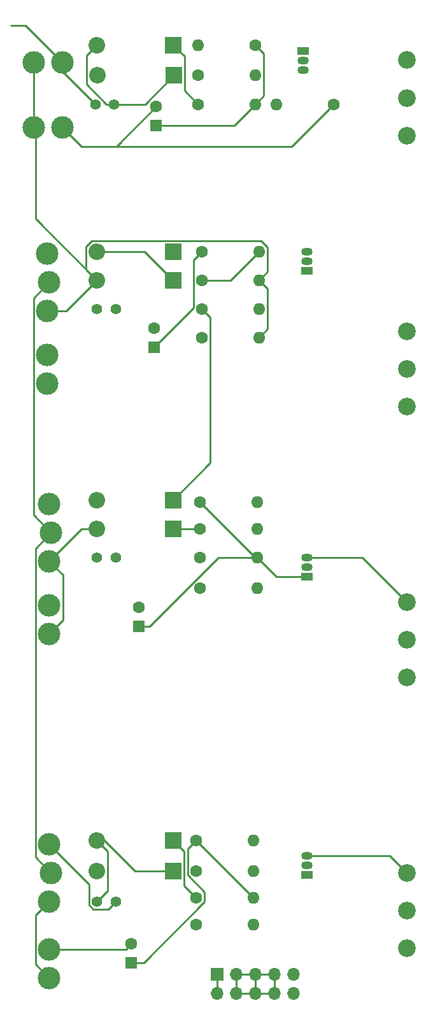
<source format=gbr>
%TF.GenerationSoftware,KiCad,Pcbnew,(5.1.10)-1*%
%TF.CreationDate,2022-04-21T20:11:48-04:00*%
%TF.ProjectId,ELC Eargensplitter,454c4320-4561-4726-9765-6e73706c6974,rev?*%
%TF.SameCoordinates,Original*%
%TF.FileFunction,Copper,L2,Bot*%
%TF.FilePolarity,Positive*%
%FSLAX46Y46*%
G04 Gerber Fmt 4.6, Leading zero omitted, Abs format (unit mm)*
G04 Created by KiCad (PCBNEW (5.1.10)-1) date 2022-04-21 20:11:48*
%MOMM*%
%LPD*%
G01*
G04 APERTURE LIST*
%TA.AperFunction,ComponentPad*%
%ADD10R,1.700000X1.700000*%
%TD*%
%TA.AperFunction,ComponentPad*%
%ADD11O,1.700000X1.700000*%
%TD*%
%TA.AperFunction,ComponentPad*%
%ADD12C,1.400000*%
%TD*%
%TA.AperFunction,ComponentPad*%
%ADD13C,1.600000*%
%TD*%
%TA.AperFunction,ComponentPad*%
%ADD14R,1.600000X1.600000*%
%TD*%
%TA.AperFunction,ComponentPad*%
%ADD15O,2.200000X2.200000*%
%TD*%
%TA.AperFunction,ComponentPad*%
%ADD16R,2.200000X2.200000*%
%TD*%
%TA.AperFunction,ComponentPad*%
%ADD17C,3.000000*%
%TD*%
%TA.AperFunction,ComponentPad*%
%ADD18O,1.500000X1.050000*%
%TD*%
%TA.AperFunction,ComponentPad*%
%ADD19R,1.500000X1.050000*%
%TD*%
%TA.AperFunction,ComponentPad*%
%ADD20O,1.600000X1.600000*%
%TD*%
%TA.AperFunction,ComponentPad*%
%ADD21C,2.340000*%
%TD*%
%TA.AperFunction,Conductor*%
%ADD22C,0.250000*%
%TD*%
G04 APERTURE END LIST*
D10*
%TO.P,J9,1*%
%TO.N,+12V*%
X127762000Y-154432000D03*
D11*
%TO.P,J9,2*%
%TO.N,GND*%
X132842000Y-156972000D03*
%TO.P,J9,3*%
X130302000Y-154432000D03*
%TO.P,J9,4*%
X130302000Y-156972000D03*
%TO.P,J9,5*%
%TO.N,Net-(J9-Pad5)*%
X137922000Y-154432000D03*
%TO.P,J9,6*%
%TO.N,+12V*%
X127762000Y-156972000D03*
%TO.P,J9,7*%
%TO.N,GND*%
X135382000Y-154432000D03*
%TO.P,J9,8*%
X135382000Y-156972000D03*
%TO.P,J9,9*%
X132842000Y-154432000D03*
%TO.P,J9,10*%
%TO.N,Net-(J9-Pad10)*%
X137922000Y-156972000D03*
%TD*%
D12*
%TO.P,100n,2*%
%TO.N,Net-(C1-Pad2)*%
X111546000Y-38862000D03*
%TO.P,100n,1*%
%TO.N,Net-(C1-Pad1)*%
X114046000Y-38862000D03*
%TD*%
D13*
%TO.P,10u,2*%
%TO.N,Net-(C2-Pad2)*%
X119634000Y-39156000D03*
D14*
%TO.P,10u,1*%
%TO.N,Net-(C2-Pad1)*%
X119634000Y-41656000D03*
%TD*%
D12*
%TO.P,100n,1*%
%TO.N,Net-(C3-Pad1)*%
X111760000Y-66040000D03*
%TO.P,100n,2*%
%TO.N,Net-(C3-Pad2)*%
X114260000Y-66040000D03*
%TD*%
D13*
%TO.P,10u,2*%
%TO.N,Net-(C4-Pad2)*%
X119380000Y-68620000D03*
D14*
%TO.P,10u,1*%
%TO.N,Net-(C4-Pad1)*%
X119380000Y-71120000D03*
%TD*%
D12*
%TO.P,100n,2*%
%TO.N,Net-(C5-Pad2)*%
X114260000Y-99060000D03*
%TO.P,100n,1*%
%TO.N,Net-(C5-Pad1)*%
X111760000Y-99060000D03*
%TD*%
D14*
%TO.P,10u,1*%
%TO.N,Net-(C6-Pad1)*%
X117348000Y-108204000D03*
D13*
%TO.P,10u,2*%
%TO.N,Net-(C6-Pad2)*%
X117348000Y-105704000D03*
%TD*%
D12*
%TO.P,100n,1*%
%TO.N,Net-(C7-Pad1)*%
X111760000Y-144780000D03*
%TO.P,100n,2*%
%TO.N,Net-(C7-Pad2)*%
X114260000Y-144780000D03*
%TD*%
D14*
%TO.P,10u,1*%
%TO.N,Net-(C8-Pad1)*%
X116332000Y-152908000D03*
D13*
%TO.P,10u,2*%
%TO.N,Net-(C8-Pad2)*%
X116332000Y-150408000D03*
%TD*%
D15*
%TO.P,4148,2*%
%TO.N,Net-(C1-Pad1)*%
X111760000Y-30988000D03*
D16*
%TO.P,4148,1*%
%TO.N,+12V*%
X121920000Y-30988000D03*
%TD*%
%TO.P,4148,1*%
%TO.N,Net-(C1-Pad1)*%
X122000000Y-35000000D03*
D15*
%TO.P,4148,2*%
%TO.N,GND*%
X111840000Y-35000000D03*
%TD*%
%TO.P,4148,2*%
%TO.N,Net-(C3-Pad1)*%
X111760000Y-58420000D03*
D16*
%TO.P,4148,1*%
%TO.N,+12V*%
X121920000Y-58420000D03*
%TD*%
%TO.P,4148,1*%
%TO.N,Net-(C3-Pad1)*%
X121920000Y-62230000D03*
D15*
%TO.P,4148,2*%
%TO.N,GND*%
X111760000Y-62230000D03*
%TD*%
%TO.P,4148,2*%
%TO.N,Net-(C5-Pad1)*%
X111760000Y-91440000D03*
D16*
%TO.P,4148,1*%
%TO.N,+12V*%
X121920000Y-91440000D03*
%TD*%
%TO.P,4148,1*%
%TO.N,Net-(C5-Pad1)*%
X121920000Y-95250000D03*
D15*
%TO.P,4148,2*%
%TO.N,GND*%
X111760000Y-95250000D03*
%TD*%
D16*
%TO.P,4148,1*%
%TO.N,+12V*%
X121920000Y-136652000D03*
D15*
%TO.P,4148,2*%
%TO.N,Net-(C7-Pad1)*%
X111760000Y-136652000D03*
%TD*%
%TO.P,4148,2*%
%TO.N,GND*%
X111760000Y-140716000D03*
D16*
%TO.P,4148,1*%
%TO.N,Net-(C7-Pad1)*%
X121920000Y-140716000D03*
%TD*%
D17*
%TO.P,J1,T*%
%TO.N,Net-(C1-Pad2)*%
X107188000Y-33274000D03*
%TO.P,J1,S*%
%TO.N,GND*%
X103378000Y-33274000D03*
%TD*%
%TO.P,J2,T*%
%TO.N,Net-(C2-Pad2)*%
X107188000Y-41910000D03*
%TO.P,J2,S*%
%TO.N,GND*%
X103378000Y-41910000D03*
%TD*%
%TO.P,J3,TN*%
%TO.N,Net-(C1-Pad2)*%
X105436000Y-62484000D03*
%TO.P,J3,T*%
%TO.N,Net-(C3-Pad2)*%
X105156000Y-58674000D03*
%TO.P,J3,S*%
%TO.N,GND*%
X105156000Y-66294000D03*
%TD*%
%TO.P,J4,S*%
%TO.N,GND*%
X105156000Y-75946000D03*
%TO.P,J4,T*%
%TO.N,Net-(C4-Pad2)*%
X105156000Y-72136000D03*
%TD*%
%TO.P,J5,S*%
%TO.N,GND*%
X105410000Y-99568000D03*
%TO.P,J5,T*%
%TO.N,Net-(C5-Pad2)*%
X105410000Y-91948000D03*
%TO.P,J5,TN*%
%TO.N,Net-(C1-Pad2)*%
X105690000Y-95758000D03*
%TD*%
%TO.P,J6,T*%
%TO.N,Net-(C6-Pad2)*%
X105410000Y-105410000D03*
%TO.P,J6,S*%
%TO.N,GND*%
X105410000Y-109220000D03*
%TD*%
%TO.P,J7,TN*%
%TO.N,Net-(C1-Pad2)*%
X105690000Y-140970000D03*
%TO.P,J7,T*%
%TO.N,Net-(C7-Pad2)*%
X105410000Y-137160000D03*
%TO.P,J7,S*%
%TO.N,GND*%
X105410000Y-144780000D03*
%TD*%
%TO.P,J8,S*%
%TO.N,GND*%
X105410000Y-154940000D03*
%TO.P,J8,T*%
%TO.N,Net-(C8-Pad2)*%
X105410000Y-151130000D03*
%TD*%
D18*
%TO.P,BS170,2*%
%TO.N,Net-(C1-Pad1)*%
X139192000Y-33020000D03*
%TO.P,BS170,3*%
%TO.N,Net-(Q1-Pad3)*%
X139192000Y-34290000D03*
D19*
%TO.P,BS170,1*%
%TO.N,Net-(C2-Pad1)*%
X139192000Y-31750000D03*
%TD*%
%TO.P,BS170,1*%
%TO.N,Net-(C4-Pad1)*%
X139700000Y-60960000D03*
D18*
%TO.P,BS170,3*%
%TO.N,Net-(Q2-Pad3)*%
X139700000Y-58420000D03*
%TO.P,BS170,2*%
%TO.N,Net-(C3-Pad1)*%
X139700000Y-59690000D03*
%TD*%
%TO.P,BS170,2*%
%TO.N,Net-(C5-Pad1)*%
X139700000Y-100330000D03*
%TO.P,BS170,3*%
%TO.N,Net-(Q3-Pad3)*%
X139700000Y-99060000D03*
D19*
%TO.P,BS170,1*%
%TO.N,Net-(C6-Pad1)*%
X139700000Y-101600000D03*
%TD*%
%TO.P,BS170,1*%
%TO.N,Net-(C8-Pad1)*%
X139700000Y-141224000D03*
D18*
%TO.P,BS170,3*%
%TO.N,Net-(Q4-Pad3)*%
X139700000Y-138684000D03*
%TO.P,BS170,2*%
%TO.N,Net-(C7-Pad1)*%
X139700000Y-139954000D03*
%TD*%
D13*
%TO.P,10M,1*%
%TO.N,Net-(C2-Pad1)*%
X132842000Y-31000000D03*
D20*
%TO.P,10M,2*%
%TO.N,Net-(C1-Pad1)*%
X125222000Y-31000000D03*
%TD*%
%TO.P,10M,2*%
%TO.N,GND*%
X132842000Y-35000000D03*
D13*
%TO.P,10M,1*%
%TO.N,Net-(C1-Pad1)*%
X125222000Y-35000000D03*
%TD*%
%TO.P,5K1,1*%
%TO.N,+12V*%
X125222000Y-38862000D03*
D20*
%TO.P,5K1,2*%
%TO.N,Net-(C2-Pad1)*%
X132842000Y-38862000D03*
%TD*%
D13*
%TO.P,100K,1*%
%TO.N,Net-(C2-Pad2)*%
X143256000Y-38862000D03*
D20*
%TO.P,100K,2*%
%TO.N,GND*%
X135636000Y-38862000D03*
%TD*%
D13*
%TO.P,10M,1*%
%TO.N,Net-(C4-Pad1)*%
X125730000Y-58420000D03*
D20*
%TO.P,10M,2*%
%TO.N,Net-(C3-Pad1)*%
X133350000Y-58420000D03*
%TD*%
%TO.P,10M,2*%
%TO.N,GND*%
X133350000Y-62230000D03*
D13*
%TO.P,10M,1*%
%TO.N,Net-(C3-Pad1)*%
X125730000Y-62230000D03*
%TD*%
%TO.P,5K1,1*%
%TO.N,+12V*%
X125730000Y-66040000D03*
D20*
%TO.P,5K1,2*%
%TO.N,Net-(C4-Pad1)*%
X133350000Y-66040000D03*
%TD*%
D13*
%TO.P,100K,1*%
%TO.N,Net-(C4-Pad2)*%
X125730000Y-69850000D03*
D20*
%TO.P,100K,2*%
%TO.N,GND*%
X133350000Y-69850000D03*
%TD*%
%TO.P,10M,2*%
%TO.N,Net-(C5-Pad1)*%
X133096000Y-91694000D03*
D13*
%TO.P,10M,1*%
%TO.N,Net-(C6-Pad1)*%
X125476000Y-91694000D03*
%TD*%
%TO.P,10M,1*%
%TO.N,Net-(C5-Pad1)*%
X125476000Y-95250000D03*
D20*
%TO.P,10M,2*%
%TO.N,GND*%
X133096000Y-95250000D03*
%TD*%
D13*
%TO.P,5K1,1*%
%TO.N,+12V*%
X125476000Y-99060000D03*
D20*
%TO.P,5K1,2*%
%TO.N,Net-(C6-Pad1)*%
X133096000Y-99060000D03*
%TD*%
%TO.P,100K,2*%
%TO.N,GND*%
X133096000Y-103124000D03*
D13*
%TO.P,100K,1*%
%TO.N,Net-(C6-Pad2)*%
X125476000Y-103124000D03*
%TD*%
D20*
%TO.P,10M,2*%
%TO.N,Net-(C7-Pad1)*%
X132588000Y-136652000D03*
D13*
%TO.P,10M,1*%
%TO.N,Net-(C8-Pad1)*%
X124968000Y-136652000D03*
%TD*%
D20*
%TO.P,10M,2*%
%TO.N,GND*%
X132588000Y-140716000D03*
D13*
%TO.P,10M,1*%
%TO.N,Net-(C7-Pad1)*%
X124968000Y-140716000D03*
%TD*%
D20*
%TO.P,5K1,2*%
%TO.N,Net-(C8-Pad1)*%
X132588000Y-144272000D03*
D13*
%TO.P,5K1,1*%
%TO.N,+12V*%
X124968000Y-144272000D03*
%TD*%
D20*
%TO.P,100K,2*%
%TO.N,GND*%
X132588000Y-147828000D03*
D13*
%TO.P,100K,1*%
%TO.N,Net-(C8-Pad2)*%
X124968000Y-147828000D03*
%TD*%
D21*
%TO.P,RV1,3*%
%TO.N,Net-(Q1-Pad3)*%
X153000000Y-33000000D03*
%TO.P,RV1,2*%
%TO.N,GND*%
X153000000Y-38000000D03*
%TO.P,RV1,1*%
X153000000Y-43000000D03*
%TD*%
%TO.P,RV2,3*%
%TO.N,Net-(Q2-Pad3)*%
X153000000Y-69000000D03*
%TO.P,RV2,2*%
%TO.N,GND*%
X153000000Y-74000000D03*
%TO.P,RV2,1*%
X153000000Y-79000000D03*
%TD*%
%TO.P,RV3,1*%
%TO.N,GND*%
X153000000Y-115000000D03*
%TO.P,RV3,2*%
X153000000Y-110000000D03*
%TO.P,RV3,3*%
%TO.N,Net-(Q3-Pad3)*%
X153000000Y-105000000D03*
%TD*%
%TO.P,RV4,1*%
%TO.N,GND*%
X153000000Y-151000000D03*
%TO.P,RV4,2*%
X153000000Y-146000000D03*
%TO.P,RV4,3*%
%TO.N,Net-(Q4-Pad3)*%
X153000000Y-141000000D03*
%TD*%
D22*
%TO.N,Net-(C1-Pad1)*%
X113056051Y-38862000D02*
X114046000Y-38862000D01*
X110414999Y-36220948D02*
X113056051Y-38862000D01*
X110414999Y-32333001D02*
X110414999Y-36220948D01*
X111760000Y-30988000D02*
X110414999Y-32333001D01*
X118138000Y-38862000D02*
X122000000Y-35000000D01*
X114046000Y-38862000D02*
X118138000Y-38862000D01*
%TO.N,Net-(C1-Pad2)*%
X107188000Y-34504000D02*
X107188000Y-33274000D01*
X111546000Y-38862000D02*
X107188000Y-34504000D01*
X102264010Y-28350010D02*
X100350010Y-28350010D01*
X107188000Y-33274000D02*
X102264010Y-28350010D01*
X103330999Y-93398999D02*
X105690000Y-95758000D01*
X103330999Y-64589001D02*
X103330999Y-93398999D01*
X105436000Y-62484000D02*
X103330999Y-64589001D01*
X103584999Y-138864999D02*
X105690000Y-140970000D01*
X103584999Y-97863001D02*
X103584999Y-138864999D01*
X105690000Y-95758000D02*
X103584999Y-97863001D01*
%TO.N,Net-(C2-Pad2)*%
X143256000Y-38862000D02*
X137668000Y-44450000D01*
X114340000Y-44450000D02*
X119634000Y-39156000D01*
X114300000Y-44450000D02*
X114340000Y-44450000D01*
X137668000Y-44450000D02*
X114300000Y-44450000D01*
X109728000Y-44450000D02*
X107188000Y-41910000D01*
X114300000Y-44450000D02*
X109728000Y-44450000D01*
%TO.N,Net-(C2-Pad1)*%
X133967001Y-37736999D02*
X132842000Y-38862000D01*
X133967001Y-32125001D02*
X133967001Y-37736999D01*
X132842000Y-31000000D02*
X133967001Y-32125001D01*
X130048000Y-41656000D02*
X132842000Y-38862000D01*
X119634000Y-41656000D02*
X130048000Y-41656000D01*
%TO.N,Net-(C3-Pad1)*%
X129540000Y-62230000D02*
X133350000Y-58420000D01*
X125730000Y-62230000D02*
X129540000Y-62230000D01*
X118110000Y-58420000D02*
X121920000Y-62230000D01*
X111760000Y-58420000D02*
X118110000Y-58420000D01*
%TO.N,Net-(C4-Pad1)*%
X124604999Y-65895001D02*
X119380000Y-71120000D01*
X124604999Y-59545001D02*
X124604999Y-65895001D01*
X125730000Y-58420000D02*
X124604999Y-59545001D01*
%TO.N,Net-(C5-Pad1)*%
X125476000Y-95250000D02*
X121920000Y-95250000D01*
%TO.N,Net-(C6-Pad1)*%
X132842000Y-99060000D02*
X133096000Y-99060000D01*
X125476000Y-91694000D02*
X132842000Y-99060000D01*
X135636000Y-101600000D02*
X139700000Y-101600000D01*
X133096000Y-99060000D02*
X135636000Y-101600000D01*
X118730998Y-108204000D02*
X117348000Y-108204000D01*
X127874998Y-99060000D02*
X118730998Y-108204000D01*
X133096000Y-99060000D02*
X127874998Y-99060000D01*
%TO.N,Net-(C7-Pad1)*%
X113185001Y-143354999D02*
X111760000Y-144780000D01*
X113185001Y-138077001D02*
X113185001Y-143354999D01*
X111760000Y-136652000D02*
X113185001Y-138077001D01*
X121920000Y-140716000D02*
X116840000Y-140716000D01*
X112776000Y-136652000D02*
X111760000Y-136652000D01*
X116840000Y-140716000D02*
X112776000Y-136652000D01*
%TO.N,Net-(C7-Pad2)*%
X113234999Y-145805001D02*
X114260000Y-144780000D01*
X111267999Y-145805001D02*
X113234999Y-145805001D01*
X110734999Y-145272001D02*
X111267999Y-145805001D01*
X110734999Y-142484999D02*
X110734999Y-145272001D01*
X105410000Y-137160000D02*
X110734999Y-142484999D01*
%TO.N,Net-(C8-Pad1)*%
X132588000Y-144272000D02*
X124968000Y-136652000D01*
X117997002Y-152908000D02*
X116332000Y-152908000D01*
X126093001Y-143506003D02*
X126093001Y-144812001D01*
X123842999Y-141256001D02*
X126093001Y-143506003D01*
X126093001Y-144812001D02*
X117997002Y-152908000D01*
X123842999Y-137777001D02*
X123842999Y-141256001D01*
X124968000Y-136652000D02*
X123842999Y-137777001D01*
%TO.N,Net-(C8-Pad2)*%
X115610000Y-151130000D02*
X116332000Y-150408000D01*
X105410000Y-151130000D02*
X115610000Y-151130000D01*
%TO.N,+12V*%
X123425001Y-37065001D02*
X125222000Y-38862000D01*
X123425001Y-32493001D02*
X123425001Y-37065001D01*
X121920000Y-30988000D02*
X123425001Y-32493001D01*
X127762000Y-154432000D02*
X127762000Y-156972000D01*
X126855001Y-67165001D02*
X125730000Y-66040000D01*
X126855001Y-86504999D02*
X126855001Y-67165001D01*
X121920000Y-91440000D02*
X126855001Y-86504999D01*
X123345001Y-142649001D02*
X124968000Y-144272000D01*
X123345001Y-138077001D02*
X123345001Y-142649001D01*
X121920000Y-136652000D02*
X123345001Y-138077001D01*
%TO.N,GND*%
X134475001Y-63355001D02*
X133350000Y-62230000D01*
X134475001Y-68724999D02*
X134475001Y-63355001D01*
X133350000Y-69850000D02*
X134475001Y-68724999D01*
X107696000Y-66294000D02*
X111760000Y-62230000D01*
X105156000Y-66294000D02*
X107696000Y-66294000D01*
X111760000Y-62230000D02*
X103584999Y-54054999D01*
X134475001Y-61104999D02*
X133350000Y-62230000D01*
X134475001Y-57879999D02*
X134475001Y-61104999D01*
X111075999Y-56994999D02*
X133590001Y-56994999D01*
X133590001Y-56994999D02*
X134475001Y-57879999D01*
X110334999Y-57735999D02*
X111075999Y-56994999D01*
X110334999Y-60804999D02*
X110334999Y-57735999D01*
X111760000Y-62230000D02*
X110334999Y-60804999D01*
X103378000Y-41910000D02*
X103378000Y-33274000D01*
X103584999Y-42116999D02*
X103378000Y-41910000D01*
X103584999Y-54054999D02*
X103584999Y-42116999D01*
X130302000Y-154432000D02*
X130302000Y-156972000D01*
X130302000Y-156972000D02*
X132842000Y-156972000D01*
X132842000Y-156972000D02*
X135382000Y-156972000D01*
X135382000Y-156972000D02*
X135382000Y-154432000D01*
X130302000Y-154432000D02*
X132842000Y-154432000D01*
X132842000Y-154432000D02*
X135382000Y-154432000D01*
X132842000Y-156972000D02*
X132842000Y-154432000D01*
X109728000Y-95250000D02*
X111760000Y-95250000D01*
X105410000Y-99568000D02*
X109728000Y-95250000D01*
X107235001Y-107394999D02*
X105410000Y-109220000D01*
X107235001Y-101393001D02*
X107235001Y-107394999D01*
X105410000Y-99568000D02*
X107235001Y-101393001D01*
X103584999Y-153114999D02*
X105410000Y-154940000D01*
X103584999Y-146605001D02*
X103584999Y-153114999D01*
X105410000Y-144780000D02*
X103584999Y-146605001D01*
%TO.N,Net-(Q3-Pad3)*%
X147060000Y-99060000D02*
X139700000Y-99060000D01*
X153000000Y-105000000D02*
X147060000Y-99060000D01*
%TO.N,Net-(Q4-Pad3)*%
X150684000Y-138684000D02*
X153000000Y-141000000D01*
X139700000Y-138684000D02*
X150684000Y-138684000D01*
%TD*%
M02*

</source>
